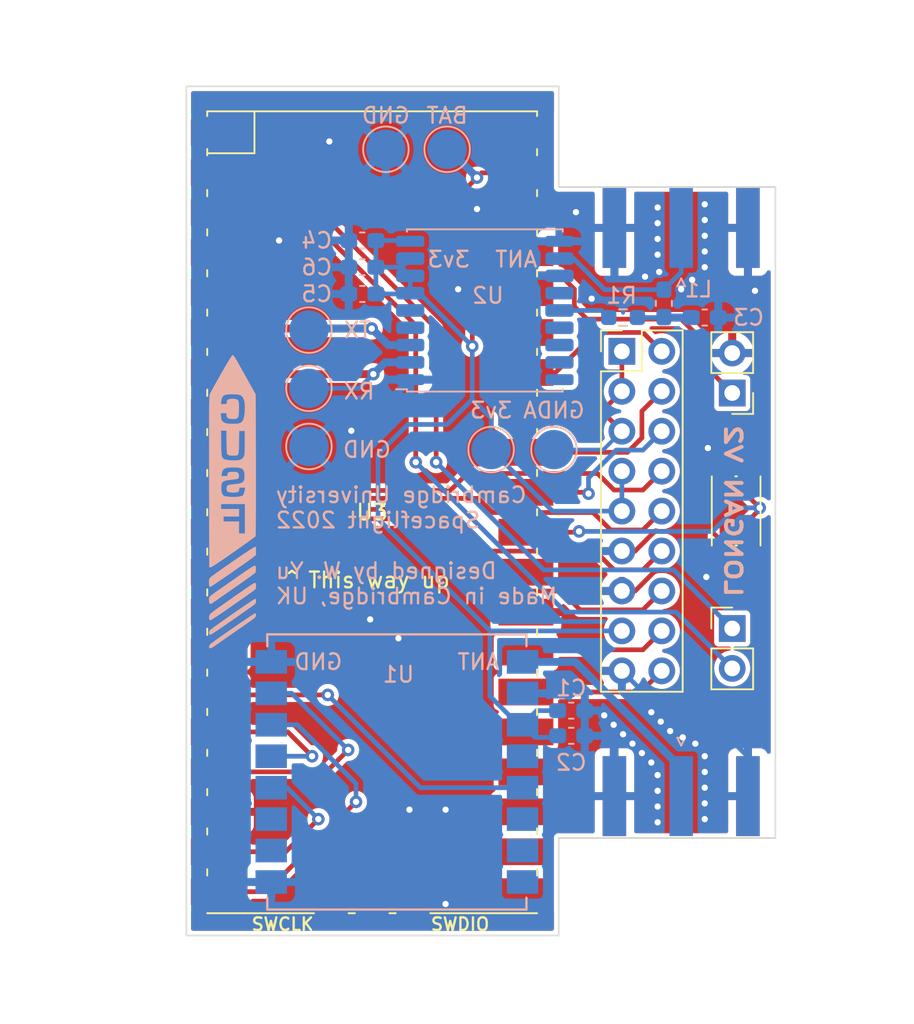
<source format=kicad_pcb>
(kicad_pcb (version 20211014) (generator pcbnew)
  (layers (0 "F.Cu" signal "F.Signal") (31 "B.Cu" signal "B.Signal") (34 "B.Paste" user) (35 "F.Paste" user) (36 "B.SilkS" user "B.Silkscreen") (37 "F.SilkS" user "F.Silkscreen") (38 "B.Mask" user) (39 "F.Mask" user) (44 "Edge.Cuts" user))
  (net 0 "")
  (net 1 "Net-(J1-Pad1)")
  (net 2 "GND")
  (net 3 "+3V3")
  (net 5 "/DIO_0")
  (net 11 "/SCLK_1")
  (net 12 "/MISO_1")
  (net 13 "/MOSI_1")
  (net 14 "/CS_LOR")
  (net 15 "/RX_1")
  (net 16 "/TX_1")
  (net 19 "Net-(J2-Pad1)")
  (net 21 "Net-(R1-Pad1)")
  (net 26 "Net-(C3-Pad2)")
  (net 27 "GNDA")
  (net 28 "/ADC_0")
  (net 29 "/ADC_1")
  (net 30 "/ADC_2")
  (net 31 "/SCL_0")
  (net 32 "/SDA_0")
  (net 33 "/BAT_IN")
  (net 34 "/TX_0")
  (net 35 "/RX_0")
  (net 36 "/GPIO_1")
  (net 37 "/GPIO_2")
  (net 38 "/GPIO_3")
  (net 39 "/GPIO_4")
  (net 40 "Net-(SW1-Pad1)")
  (net 44 "/MISO_0")
  (net 45 "/CS_BMP")
  (net 46 "/SCLK_0")
  (net 47 "/MOSI_0")
  (footprint "Connector_PinHeader_2.54mm:PinHeader_1x02_P2.54mm_Vertical" (layer "F.Cu") (at 172.75 90.5 180)
    (fp_text reference "J5" hide)
    (fp_text value "Battery")
    (pad "1" thru_hole rect (at 0 0 180) (size 1.7 1.7) (drill 1) (layers *.Cu *.Mask) (net 33 "/BAT_IN"))
    (pad "2" thru_hole oval (at 0 2.54 180) (size 1.7 1.7) (drill 1) (layers *.Cu *.Mask) (net 2 "GND"))
  )
  (footprint "Button_Switch_SMD:SW_Push_1P1T_NO_CK_KMR2" (layer "F.Cu") (at 173 98 -90)
    (fp_text reference "SW1" hide)
    (fp_text value "Reset SW" hide)
    (pad "1" smd rect (at -2.05 -0.8 270) (size 0.9 1) (layers "F.Cu" "F.Paste" "F.Mask") (net 40 "Net-(SW1-Pad1)"))
    (pad "1" smd rect (at 2.05 -0.8 270) (size 0.9 1) (layers "F.Cu" "F.Paste" "F.Mask") (net 40 "Net-(SW1-Pad1)"))
    (pad "2" smd rect (at -2.05 0.8 270) (size 0.9 1) (layers "F.Cu" "F.Paste" "F.Mask") (net 2 "GND"))
    (pad "2" smd rect (at 2.05 0.8 270) (size 0.9 1) (layers "F.Cu" "F.Paste" "F.Mask") (net 2 "GND"))
  )
  (footprint "MCU_RaspberryPi_and_Boards:RPi_Pico_SMD" (layer "F.Cu") (at 149.825 98.085)
    (fp_text reference "U3" (at 0 0) (layer "F.SilkS"))
    (fp_text value "Pico")
    (fp_text user "SWCLK" (at -5.7 26.2) (layer "F.SilkS") (effects (font (size 0.8 0.8))))
    (fp_text user "SWDIO" (at 5.6 26.2) (layer "F.SilkS") (effects (font (size 0.8 0.8))))
    (pad "1" smd rect (at -8.89 -24.13) (size 3.5 1.7) (drill (offset -0.9 0)) (layers "F.Cu" "F.Mask") (net 34 "/TX_0"))
    (pad "2" smd rect (at -8.89 -21.59) (size 3.5 1.7) (drill (offset -0.9 0)) (layers "F.Cu" "F.Mask") (net 35 "/RX_0"))
    (pad "3" smd rect (at -8.89 -19.05) (size 3.5 1.7) (drill (offset -0.9 0)) (layers "F.Cu" "F.Mask") (net 2 "GND"))
    (pad "4" smd rect (at -8.89 -16.51) (size 3.5 1.7) (drill (offset -0.9 0)) (layers "F.Cu" "F.Mask"))
    (pad "5" smd rect (at -8.89 -13.97) (size 3.5 1.7) (drill (offset -0.9 0)) (layers "F.Cu" "F.Mask"))
    (pad "6" smd rect (at -8.89 -11.43) (size 3.5 1.7) (drill (offset -0.9 0)) (layers "F.Cu" "F.Mask") (net 16 "/TX_1"))
    (pad "7" smd rect (at -8.89 -8.89) (size 3.5 1.7) (drill (offset -0.9 0)) (layers "F.Cu" "F.Mask") (net 15 "/RX_1"))
    (pad "8" smd rect (at -8.89 -6.35) (size 3.5 1.7) (drill (offset -0.9 0)) (layers "F.Cu" "F.Mask") (net 2 "GND"))
    (pad "9" smd rect (at -8.89 -3.81) (size 3.5 1.7) (drill (offset -0.9 0)) (layers "F.Cu" "F.Mask") (net 36 "/GPIO_1"))
    (pad "10" smd rect (at -8.89 -1.27) (size 3.5 1.7) (drill (offset -0.9 0)) (layers "F.Cu" "F.Mask") (net 37 "/GPIO_2"))
    (pad "11" smd rect (at -8.89 1.27) (size 3.5 1.7) (drill (offset -0.9 0)) (layers "F.Cu" "F.Mask") (net 38 "/GPIO_3"))
    (pad "12" smd rect (at -8.89 3.81) (size 3.5 1.7) (drill (offset -0.9 0)) (layers "F.Cu" "F.Mask") (net 39 "/GPIO_4"))
    (pad "13" smd rect (at -8.89 6.35) (size 3.5 1.7) (drill (offset -0.9 0)) (layers "F.Cu" "F.Mask") (net 2 "GND"))
    (pad "14" smd rect (at -8.89 8.89) (size 3.5 1.7) (drill (offset -0.9 0)) (layers "F.Cu" "F.Mask"))
    (pad "15" smd rect (at -8.89 11.43) (size 3.5 1.7) (drill (offset -0.9 0)) (layers "F.Cu" "F.Mask") (net 5 "/DIO_0"))
    (pad "16" smd rect (at -8.89 13.97) (size 3.5 1.7) (drill (offset -0.9 0)) (layers "F.Cu" "F.Mask") (net 12 "/MISO_1"))
    (pad "17" smd rect (at -8.89 16.51) (size 3.5 1.7) (drill (offset -0.9 0)) (layers "F.Cu" "F.Mask") (net 14 "/CS_LOR"))
    (pad "18" smd rect (at -8.89 19.05) (size 3.5 1.7) (drill (offset -0.9 0)) (layers "F.Cu" "F.Mask") (net 2 "GND"))
    (pad "19" smd rect (at -8.89 21.59) (size 3.5 1.7) (drill (offset -0.9 0)) (layers "F.Cu" "F.Mask") (net 11 "/SCLK_1"))
    (pad "20" smd rect (at -8.89 24.13) (size 3.5 1.7) (drill (offset -0.9 0)) (layers "F.Cu" "F.Mask") (net 13 "/MOSI_1"))
    (pad "21" smd rect (at 8.89 24.13) (size 3.5 1.7) (drill (offset 0.9 0)) (layers "F.Cu" "F.Mask") (net 44 "/MISO_0"))
    (pad "22" smd rect (at 8.89 21.59) (size 3.5 1.7) (drill (offset 0.9 0)) (layers "F.Cu" "F.Mask") (net 45 "/CS_BMP"))
    (pad "23" smd rect (at 8.89 19.05) (size 3.5 1.7) (drill (offset 0.9 0)) (layers "F.Cu" "F.Mask") (net 2 "GND"))
    (pad "24" smd rect (at 8.89 16.51) (size 3.5 1.7) (drill (offset 0.9 0)) (layers "F.Cu" "F.Mask") (net 46 "/SCLK_0"))
    (pad "25" smd rect (at 8.89 13.97) (size 3.5 1.7) (drill (offset 0.9 0)) (layers "F.Cu" "F.Mask") (net 47 "/MOSI_0"))
    (pad "26" smd rect (at 8.89 11.43) (size 3.5 1.7) (drill (offset 0.9 0)) (layers "F.Cu" "F.Mask") (net 32 "/SDA_0"))
    (pad "27" smd rect (at 8.89 8.89) (size 3.5 1.7) (drill (offset 0.9 0)) (layers "F.Cu" "F.Mask") (net 31 "/SCL_0"))
    (pad "28" smd rect (at 8.89 6.35) (size 3.5 1.7) (drill (offset 0.9 0)) (layers "F.Cu" "F.Mask") (net 2 "GND"))
    (pad "29" smd rect (at 8.89 3.81) (size 3.5 1.7) (drill (offset 0.9 0)) (layers "F.Cu" "F.Mask"))
    (pad "30" smd rect (at 8.89 1.27) (size 3.5 1.7) (drill (offset 0.9 0)) (layers "F.Cu" "F.Mask") (net 40 "Net-(SW1-Pad1)"))
    (pad "31" smd rect (at 8.89 -1.27) (size 3.5 1.7) (drill (offset 0.9 0)) (layers "F.Cu" "F.Mask") (net 28 "/ADC_0"))
    (pad "32" smd rect (at 8.89 -3.81) (size 3.5 1.7) (drill (offset 0.9 0)) (layers "F.Cu" "F.Mask") (net 29 "/ADC_1"))
    (pad "33" smd rect (at 8.89 -6.35) (size 3.5 1.7) (drill (offset 0.9 0)) (layers "F.Cu" "F.Mask") (net 27 "GNDA"))
    (pad "34" smd rect (at 8.89 -8.89) (size 3.5 1.7) (drill (offset 0.9 0)) (layers "F.Cu" "F.Mask") (net 30 "/ADC_2"))
    (pad "35" smd rect (at 8.89 -11.43) (size 3.5 1.7) (drill (offset 0.9 0)) (layers "F.Cu" "F.Mask"))
    (pad "36" smd rect (at 8.89 -13.97) (size 3.5 1.7) (drill (offset 0.9 0)) (layers "F.Cu" "F.Mask") (net 3 "+3V3"))
    (pad "37" smd rect (at 8.89 -16.51) (size 3.5 1.7) (drill (offset 0.9 0)) (layers "F.Cu" "F.Mask"))
    (pad "38" smd rect (at 8.89 -19.05) (size 3.5 1.7) (drill (offset 0.9 0)) (layers "F.Cu" "F.Mask") (net 2 "GND"))
    (pad "39" smd rect (at 8.89 -21.59) (size 3.5 1.7) (drill (offset 0.9 0)) (layers "F.Cu" "F.Mask") (net 33 "/BAT_IN"))
    (pad "40" smd rect (at 8.89 -24.13) (size 3.5 1.7) (drill (offset 0.9 0)) (layers "F.Cu" "F.Mask"))
    (pad "41" smd rect (at -2.54 23.9 90) (size 3.5 1.7) (drill (offset -0.9 0)) (layers "F.Cu" "F.Mask"))
    (pad "42" smd rect (at 0 23.9 90) (size 3.5 1.7) (drill (offset -0.9 0)) (layers "F.Cu" "F.Mask"))
    (pad "43" smd rect (at 2.54 23.9 90) (size 3.5 1.7) (drill (offset -0.9 0)) (layers "F.Cu" "F.Mask"))
  )
  (footprint "Connector_PinHeader_2.54mm:PinHeader_1x02_P2.54mm_Vertical" (layer "F.Cu") (at 172.75 105.475)
    (fp_text reference "J6" hide)
    (fp_text value "Serial Output")
    (pad "1" thru_hole rect (at 0 0) (size 1.7 1.7) (drill 1) (layers *.Cu *.Mask) (net 34 "/TX_0"))
    (pad "2" thru_hole oval (at 0 2.54) (size 1.7 1.7) (drill 1) (layers *.Cu *.Mask) (net 35 "/RX_0"))
  )
  (footprint "Connector_PinHeader_2.54mm:PinHeader_2x09_P2.54mm_Vertical" (layer "F.Cu") (at 165.725 87.85)
    (fp_text reference "J3" hide)
    (fp_text value "Conn_02x09_Odd_Even")
    (pad "1" thru_hole rect (at 0 0) (size 1.7 1.7) (drill 1) (layers *.Cu *.Mask) (net 27 "GNDA"))
    (pad "2" thru_hole oval (at 2.54 0) (size 1.7 1.7) (drill 1) (layers *.Cu *.Mask) (net 30 "/ADC_2"))
    (pad "3" thru_hole oval (at 0 2.54) (size 1.7 1.7) (drill 1) (layers *.Cu *.Mask) (net 27 "GNDA"))
    (pad "4" thru_hole oval (at 2.54 2.54) (size 1.7 1.7) (drill 1) (layers *.Cu *.Mask) (net 29 "/ADC_1"))
    (pad "5" thru_hole oval (at 0 5.08) (size 1.7 1.7) (drill 1) (layers *.Cu *.Mask) (net 27 "GNDA"))
    (pad "6" thru_hole oval (at 2.54 5.08) (size 1.7 1.7) (drill 1) (layers *.Cu *.Mask) (net 28 "/ADC_0"))
    (pad "7" thru_hole oval (at 0 7.62) (size 1.7 1.7) (drill 1) (layers *.Cu *.Mask) (net 3 "+3V3"))
    (pad "8" thru_hole oval (at 2.54 7.62) (size 1.7 1.7) (drill 1) (layers *.Cu *.Mask) (net 36 "/GPIO_1"))
    (pad "9" thru_hole oval (at 0 10.16) (size 1.7 1.7) (drill 1) (layers *.Cu *.Mask) (net 3 "+3V3"))
    (pad "10" thru_hole oval (at 2.54 10.16) (size 1.7 1.7) (drill 1) (layers *.Cu *.Mask) (net 37 "/GPIO_2"))
    (pad "11" thru_hole oval (at 0 12.7) (size 1.7 1.7) (drill 1) (layers *.Cu *.Mask) (net 2 "GND"))
    (pad "12" thru_hole oval (at 2.54 12.7) (size 1.7 1.7) (drill 1) (layers *.Cu *.Mask) (net 38 "/GPIO_3"))
    (pad "13" thru_hole oval (at 0 15.24) (size 1.7 1.7) (drill 1) (layers *.Cu *.Mask) (net 2 "GND"))
    (pad "14" thru_hole oval (at 2.54 15.24) (size 1.7 1.7) (drill 1) (layers *.Cu *.Mask) (net 39 "/GPIO_4"))
    (pad "15" thru_hole oval (at 0 17.78) (size 1.7 1.7) (drill 1) (layers *.Cu *.Mask) (net 3 "+3V3"))
    (pad "16" thru_hole oval (at 2.54 17.78) (size 1.7 1.7) (drill 1) (layers *.Cu *.Mask) (net 31 "/SCL_0"))
    (pad "17" thru_hole oval (at 0 20.32) (size 1.7 1.7) (drill 1) (layers *.Cu *.Mask) (net 2 "GND"))
    (pad "18" thru_hole oval (at 2.54 20.32) (size 1.7 1.7) (drill 1) (layers *.Cu *.Mask) (net 32 "/SDA_0"))
  )
  (footprint "Connector_Coaxial:SMA_Amphenol_132289_EdgeMount" (layer "B.Cu") (at 169.5 116.1375 -90)
    (fp_text reference "J1" hide)
    (fp_text value "Conn_Coaxial")
    (pad "1" smd rect (at 0 0 180) (size 1.5 5.08) (layers "B.Cu" "B.Paste" "B.Mask") (net 1 "Net-(J1-Pad1)"))
    (pad "2" smd rect (at 0 -4.25 180) (size 1.5 5.08) (layers "B.Cu" "B.Paste" "B.Mask") (net 2 "GND"))
    (pad "2" smd rect (at 0 4.25 180) (size 1.5 5.08) (layers "B.Cu" "B.Paste" "B.Mask") (net 2 "GND"))
    (pad "2" smd rect (at 0 -4.25 180) (size 1.5 5.08) (layers "F.Cu" "F.Paste" "F.Mask") (net 2 "GND"))
    (pad "2" smd rect (at 0 4.25 180) (size 1.5 5.08) (layers "F.Cu" "F.Paste" "F.Mask") (net 2 "GND"))
  )
  (footprint "TestPoint:TestPoint_Pad_D2.5mm" (layer "B.Cu") (at 145.8 86.5 180)
    (fp_text reference "TX" (at -3.1 0) (layer "B.SilkS") (effects (justify mirror)))
    (fp_text value "GPS_TX")
    (pad "1" smd circle (at 0 0 180) (size 2.5 2.5) (property pad_prop_testpoint) (layers "B.Cu" "B.Mask") (net 16 "/TX_1"))
  )
  (footprint "Connector_Coaxial:SMA_Amphenol_132289_EdgeMount" (layer "B.Cu") (at 169.5 80 90)
    (fp_text reference "J2" hide)
    (fp_text value "Conn_Coaxial")
    (pad "1" smd rect (at 0 0) (size 1.5 5.08) (layers "B.Cu" "B.Paste" "B.Mask") (net 19 "Net-(J2-Pad1)"))
    (pad "2" smd rect (at 0 -4.25) (size 1.5 5.08) (layers "B.Cu" "B.Paste" "B.Mask") (net 2 "GND"))
    (pad "2" smd rect (at 0 4.25) (size 1.5 5.08) (layers "B.Cu" "B.Paste" "B.Mask") (net 2 "GND"))
    (pad "2" smd rect (at 0 -4.25) (size 1.5 5.08) (layers "F.Cu" "F.Paste" "F.Mask") (net 2 "GND"))
    (pad "2" smd rect (at 0 4.25) (size 1.5 5.08) (layers "F.Cu" "F.Paste" "F.Mask") (net 2 "GND"))
  )
  (footprint "TestPoint:TestPoint_Pad_D2.5mm" (layer "B.Cu") (at 145.8 93.9 180)
    (fp_text reference "GND" (at -3.7 -0.2) (layer "B.SilkS") (effects (justify mirror)))
    (fp_text value "GND")
    (pad "1" smd circle (at 0 0 180) (size 2.5 2.5) (property pad_prop_testpoint) (layers "B.Cu" "B.Mask") (net 2 "GND"))
  )
  (footprint "TestPoint:TestPoint_Pad_D2.5mm" (layer "B.Cu") (at 145.8 90.2 180)
    (fp_text reference "RX" (at -3.2 -0.2) (layer "B.SilkS") (effects (justify mirror)))
    (fp_text value "GPS_RX")
    (pad "1" smd circle (at 0 0 180) (size 2.5 2.5) (property pad_prop_testpoint) (layers "B.Cu" "B.Mask") (net 15 "/RX_1"))
  )
  (footprint "TestPoint:TestPoint_Pad_D2.5mm" (layer "B.Cu") (at 150.7 75 180)
    (fp_text reference "GND" (at 0 2.148) (layer "B.SilkS") (effects (justify mirror)))
    (fp_text value "GND")
    (pad "1" smd circle (at 0 0 180) (size 2.5 2.5) (layers "B.Cu" "B.Mask") (net 2 "GND"))
  )
  (footprint "Capacitor_SMD:C_0603_1608Metric_Pad1.08x0.95mm_HandSolder" (layer "B.Cu") (at 162.5 112.3 180)
    (fp_text reference "C2" (at 0 -1.7) (layer "B.SilkS") (effects (justify mirror)))
    (fp_text value "0.1u")
    (pad "1" smd roundrect (at -0.8625 0 180) (size 1.075 0.95) (layers "B.Cu" "B.Paste" "B.Mask") (net 2 "GND"))
    (pad "2" smd roundrect (at 0.8625 0 180) (size 1.075 0.95) (layers "B.Cu" "B.Paste" "B.Mask") (net 3 "+3V3"))
  )
  (footprint "TestPoint:TestPoint_Pad_D2.5mm" (layer "B.Cu") (at 161.4 94.1 180)
    (fp_text reference "GNDA" (at 0 2.5) (layer "B.SilkS") (effects (justify mirror)))
    (fp_text value "GNDA")
    (pad "1" smd circle (at 0 0 180) (size 2.5 2.5) (layers "B.Cu" "B.Mask") (net 27 "GNDA"))
  )
  (footprint "Capacitor_SMD:C_0603_1608Metric_Pad1.08x0.95mm_HandSolder" (layer "B.Cu") (at 171 85.7 180)
    (fp_text reference "C3" (at -2.8 0) (layer "B.SilkS") (effects (justify mirror)))
    (fp_text value "10n" hide)
    (pad "1" smd roundrect (at -0.8625 0 180) (size 1.075 0.95) (layers "B.Cu" "B.Paste" "B.Mask") (net 2 "GND"))
    (pad "2" smd roundrect (at 0.8625 0 180) (size 1.075 0.95) (layers "B.Cu" "B.Paste" "B.Mask") (net 26 "Net-(C3-Pad2)"))
  )
  (footprint "CUSF Silks:CUSF_Logo_Icon" (layer "B.Cu") (at 140.9 97.4 180)
    (fp_text reference "G***" hide)
    (fp_text value "LOGO_ICON" hide)
  )
  (footprint "TestPoint:TestPoint_Pad_D2.5mm" (layer "B.Cu") (at 154.6 75 180)
    (fp_text reference "BAT" (at 0 2.148) (layer "B.SilkS") (effects (justify mirror)))
    (fp_text value "Bat")
    (pad "1" smd circle (at 0 0 180) (size 2.5 2.5) (layers "B.Cu" "B.Mask") (net 33 "/BAT_IN"))
  )
  (footprint "RF_GPS:ublox_MAX" (layer "B.Cu") (at 157 85.25)
    (fp_text reference "U2" (at 0.2 -0.95) (layer "B.SilkS") (effects (justify mirror)))
    (fp_text value "MAX-M8Q")
    (pad "1" smd roundrect (at -4.75 4.4) (size 1.8 0.7) (layers "B.Cu" "B.Paste" "B.Mask") (net 2 "GND"))
    (pad "2" smd roundrect (at -4.75 3.3) (size 1.8 0.8) (layers "B.Cu" "B.Paste" "B.Mask") (net 15 "/RX_1"))
    (pad "3" smd roundrect (at -4.75 2.2) (size 1.8 0.8) (layers "B.Cu" "B.Paste" "B.Mask") (net 16 "/TX_1"))
    (pad "4" smd roundrect (at -4.75 1.1) (size 1.8 0.8) (layers "B.Cu" "B.Paste" "B.Mask"))
    (pad "5" smd roundrect (at -4.75 0) (size 1.8 0.8) (layers "B.Cu" "B.Paste" "B.Mask"))
    (pad "6" smd roundrect (at -4.75 -1.1) (size 1.8 0.8) (layers "B.Cu" "B.Paste" "B.Mask") (net 3 "+3V3"))
    (pad "7" smd roundrect (at -4.75 -2.2) (size 1.8 0.8) (layers "B.Cu" "B.Paste" "B.Mask") (net 3 "+3V3"))
    (pad "8" smd roundrect (at -4.75 -3.3) (size 1.8 0.8) (layers "B.Cu" "B.Paste" "B.Mask") (net 3 "+3V3"))
    (pad "9" smd roundrect (at -4.75 -4.4) (size 1.8 0.7) (layers "B.Cu" "B.Paste" "B.Mask") (net 3 "+3V3"))
    (pad "10" smd roundrect locked (at 4.75 -4.4) (size 1.8 0.7) (layers "B.Cu" "B.Paste" "B.Mask") (net 2 "GND"))
    (pad "11" smd roundrect (at 4.75 -3.3) (size 1.8 0.8) (layers "B.Cu" "B.Paste" "B.Mask") (net 19 "Net-(J2-Pad1)"))
    (pad "12" smd roundrect (at 4.75 -2.2) (size 1.8 0.8) (layers "B.Cu" "B.Paste" "B.Mask") (net 2 "GND"))
    (pad "13" smd roundrect (at 4.75 -1.1) (size 1.8 0.8) (layers "B.Cu" "B.Paste" "B.Mask"))
    (pad "14" smd roundrect (at 4.75 0) (size 1.8 0.8) (layers "B.Cu" "B.Paste" "B.Mask") (net 21 "Net-(R1-Pad1)"))
    (pad "15" smd roundrect (at 4.75 1.1) (size 1.8 0.8) (layers "B.Cu" "B.Paste" "B.Mask"))
    (pad "16" smd roundrect (at 4.75 2.2) (size 1.8 0.8) (layers "B.Cu" "B.Paste" "B.Mask"))
    (pad "17" smd roundrect (at 4.75 3.3) (size 1.8 0.8) (layers "B.Cu" "B.Paste" "B.Mask"))
    (pad "18" smd roundrect (at 4.75 4.4) (size 1.8 0.7) (layers "B.Cu" "B.Paste" "B.Mask"))
  )
  (footprint "RF_Module:Ai-Thinker-Ra-01-LoRa" (layer "B.Cu") (at 151.4 114.6 180)
    (fp_text reference "U1" (at -0.1 6.2) (layer "B.SilkS") (effects (justify mirror)))
    (fp_text value "Ai-Thinker-Ra-01")
    (pad "1" smd rect (at -8 7 180) (size 2 1.5) (layers "B.Cu" "B.Paste" "B.Mask") (net 1 "Net-(J1-Pad1)"))
    (pad "2" smd rect (at -8 5 180) (size 2 1.5) (layers "B.Cu" "B.Paste" "B.Mask") (net 2 "GND"))
    (pad "3" smd rect (at -8 3 180) (size 2 1.5) (layers "B.Cu" "B.Paste" "B.Mask") (net 3 "+3V3"))
    (pad "4" smd rect (at -8 1 180) (size 2 1.5) (layers "B.Cu" "B.Paste" "B.Mask"))
    (pad "5" smd rect (at -8 -1 180) (size 2 1.5) (layers "B.Cu" "B.Paste" "B.Mask") (net 5 "/DIO_0"))
    (pad "6" smd rect (at -8 -3 180) (size 2 1.5) (layers "B.Cu" "B.Paste" "B.Mask"))
    (pad "7" smd rect (at -8 -5 180) (size 2 1.5) (layers "B.Cu" "B.Paste" "B.Mask"))
    (pad "8" smd rect (at -8 -7 180) (size 2 1.5) (layers "B.Cu" "B.Paste" "B.Mask"))
    (pad "9" smd rect (at 8 -7 180) (size 2 1.5) (layers "B.Cu" "B.Paste" "B.Mask") (net 2 "GND"))
    (pad "10" smd rect (at 8 -5 180) (size 2 1.5) (layers "B.Cu" "B.Paste" "B.Mask"))
    (pad "11" smd rect (at 8 -3 180) (size 2 1.5) (layers "B.Cu" "B.Paste" "B.Mask"))
    (pad "12" smd rect (at 8 -1 180) (size 2 1.5) (layers "B.Cu" "B.Paste" "B.Mask") (net 11 "/SCLK_1"))
    (pad "13" smd rect (at 8 1 180) (size 2 1.5) (layers "B.Cu" "B.Paste" "B.Mask") (net 12 "/MISO_1"))
    (pad "14" smd rect (at 8 3 180) (size 2 1.5) (layers "B.Cu" "B.Paste" "B.Mask") (net 13 "/MOSI_1"))
    (pad "15" smd rect (at 8 5 180) (size 2 1.5) (layers "B.Cu" "B.Paste" "B.Mask") (net 14 "/CS_LOR"))
    (pad "16" smd rect (at 8 7 180) (size 2 1.5) (layers "B.Cu" "B.Paste" "B.Mask") (net 2 "GND"))
  )
  (footprint "Resistor_SMD:R_0603_1608Metric_Pad0.98x0.95mm_HandSolder" (layer "B.Cu") (at 165.8 85.7)
    (fp_text reference "R1" (at -0.1 -1.4 180) (layer "B.SilkS") (effects (justify mirror)))
    (fp_text value "10" hide)
    (pad "1" smd roundrect (at -0.9125 0) (size 0.975 0.95) (layers "B.Cu" "B.Paste" "B.Mask") (net 21 "Net-(R1-Pad1)"))
    (pad "2" smd roundrect (at 0.9125 0) (size 0.975 0.95) (layers "B.Cu" "B.Paste" "B.Mask") (net 26 "Net-(C3-Pad2)"))
  )
  (footprint "Capacitor_SMD:C_0603_1608Metric_Pad1.08x0.95mm_HandSolder" (layer "B.Cu") (at 149.2 80.8)
    (fp_text reference "C4" (at -2.9 0 180) (layer "B.SilkS") (effects (justify mirror)))
    (fp_text value "0.1u")
    (pad "1" smd roundrect (at -0.8625 0) (size 1.075 0.95) (layers "B.Cu" "B.Paste" "B.Mask") (net 2 "GND"))
    (pad "2" smd roundrect (at 0.8625 0) (size 1.075 0.95) (layers "B.Cu" "B.Paste" "B.Mask") (net 3 "+3V3"))
  )
  (footprint "Capacitor_SMD:C_0603_1608Metric_Pad1.08x0.95mm_HandSolder" (layer "B.Cu") (at 149.2 84.2)
    (fp_text reference "C5" (at -2.9 0 180) (layer "B.SilkS") (effects (justify mirror)))
    (fp_text value "1u")
    (pad "1" smd roundrect (at -0.8625 0) (size 1.075 0.95) (layers "B.Cu" "B.Paste" "B.Mask") (net 2 "GND"))
    (pad "2" smd roundrect (at 0.8625 0) (size 1.075 0.95) (layers "B.Cu" "B.Paste" "B.Mask") (net 3 "+3V3"))
  )
  (footprint "Capacitor_SMD:C_0603_1608Metric_Pad1.08x0.95mm_HandSolder" (layer "B.Cu") (at 162.5 110.7 180)
    (fp_text reference "C1" (at 0 1.43) (layer "B.SilkS") (effects (justify mirror)))
    (fp_text value "22u")
    (pad "1" smd roundrect (at -0.8625 0 180) (size 1.075 0.95) (layers "B.Cu" "B.Paste" "B.Mask") (net 2 "GND"))
    (pad "2" smd roundrect (at 0.8625 0 180) (size 1.075 0.95) (layers "B.Cu" "B.Paste" "B.Mask") (net 3 "+3V3"))
  )
  (footprint "Inductor_SMD:L_0603_1608Metric_Pad1.05x0.95mm_HandSolder" (layer "B.Cu") (at 168.4 84.8 90)
    (fp_text reference "L1" (at 0.9 2.2 180) (layer "B.SilkS") (effects (justify mirror)))
    (fp_text value "27n" hide)
    (pad "1" smd roundrect (at -0.875 0 90) (size 1.05 0.95) (layers "B.Cu" "B.Paste" "B.Mask") (net 26 "Net-(C3-Pad2)"))
    (pad "2" smd roundrect (at 0.875 0 90) (size 1.05 0.95) (layers "B.Cu" "B.Paste" "B.Mask") (net 19 "Net-(J2-Pad1)"))
  )
  (footprint "Capacitor_SMD:C_0603_1608Metric_Pad1.08x0.95mm_HandSolder" (layer "B.Cu") (at 149.2 82.5)
    (fp_text reference "C6" (at -2.9 0 180) (layer "B.SilkS") (effects (justify mirror)))
    (fp_text value "0.1n")
    (pad "1" smd roundrect (at -0.8625 0) (size 1.075 0.95) (layers "B.Cu" "B.Paste" "B.Mask") (net 2 "GND"))
    (pad "2" smd roundrect (at 0.8625 0) (size 1.075 0.95) (layers "B.Cu" "B.Paste" "B.Mask") (net 3 "+3V3"))
  )
  (footprint "TestPoint:TestPoint_Pad_D2.5mm" (layer "B.Cu") (at 157.4 94.1 180)
    (fp_text reference "3v3" (at 0 2.5) (layer "B.SilkS") (effects (justify mirror)))
    (fp_text value "3v3")
    (pad "1" smd circle (at 0 0 180) (size 2.5 2.5) (property pad_prop_testpoint) (layers "B.Cu" "B.Mask") (net 3 "+3V3"))
  )
  (gr_line (start 175.5 118.8) (end 175.5 77.4) (layer "Edge.Cuts") (width 0.1))
  (gr_line (start 161.7 71) (end 161.7 77.4) (layer "Edge.Cuts") (width 0.1))
  (gr_line (start 161.7 71) (end 138 71) (layer "Edge.Cuts") (width 0.1))
  (gr_line (start 175.5 77.4) (end 161.7 77.4) (layer "Edge.Cuts") (width 0.1))
  (gr_line locked (start 138 71) (end 138 125) (layer "Edge.Cuts") (width 0.1))
  (gr_line (start 161.7 118.8) (end 175.5 118.8) (layer "Edge.Cuts") (width 0.1))
  (gr_line (start 138 125) (end 161.7 125) (layer "Edge.Cuts") (width 0.1))
  (gr_line (start 161.7 118.8) (end 161.7 125) (layer "Edge.Cuts") (width 0.1))
  (gr_text "GND" (at 146.4 107.6) (layer "B.SilkS") (effects (font (size 1 1)) (justify mirror)))
  (gr_text "Cambridge University\nSpaceflight 2022\n\nDesigned by W. Yu\nMade in Cambridge, UK" (at 143.6 100.2) (layer "B.SilkS") (effects (font (size 1 1)) (justify right mirror)))
  (gr_text "3v3" (at 154.7 82) (layer "B.SilkS") (effects (font (size 1 1)) (justify mirror)))
  (gr_text "ANT" (at 156.6 107.6) (layer "B.SilkS") (effects (font (size 1 1)) (justify mirror)))
  (gr_text "LONGAN V2" (at 172.8 92.4 270) (layer "B.SilkS") (effects (font (size 1 1.3) (thickness 0.25)) (justify right mirror)))
  (gr_text "ANT" (at 159 82) (layer "B.SilkS") (effects (font (size 1 1)) (justify mirror)))
  (gr_text "^ This way up" (at 149.6 102.4) (layer "F.SilkS") (effects (font (size 1 1))))
  (segment (start 162.7525 107.6) (end 169.5 114.3475) (width 0.5) (layer "B.Cu") (net 1))
  (segment (start 169.5 114.3475) (end 169.5 116.1375) (width 0.5) (layer "B.Cu") (net 1))
  (segment (start 159.4 107.6) (end 162.7525 107.6) (width 0.5) (layer "B.Cu") (net 1))
  (segment (start 170.45 101.8) (end 172.2 100.05) (width 0.3) (layer "F.Cu") (net 2))
  (segment (start 167.818634 99.3) (end 171.45 99.3) (width 0.3) (layer "F.Cu") (net 2))
  (segment (start 158.48 78.8) (end 158.715 79.035) (width 0.5) (layer "F.Cu") (net 2))
  (segment (start 171.45 99.3) (end 172.2 100.05) (width 0.3) (layer "F.Cu") (net 2))
  (segment (start 140.935 91.735) (end 142.1 92.9) (width 0.5) (layer "F.Cu") (net 2))
  (segment (start 156.5 78.8) (end 158.48 78.8) (width 0.5) (layer "F.Cu") (net 2))
  (segment (start 165.25 80) (end 163.8 80) (width 0.5) (layer "F.Cu") (net 2))
  (segment (start 163.8 80) (end 162.8 79) (width 0.5) (layer "F.Cu") (net 2))
  (segment (start 165.25 116.1375) (end 165.25 112.45) (width 0.5) (layer "F.Cu") (net 2))
  (segment (start 166.568634 103.09) (end 167.858634 101.8) (width 0.3) (layer "F.Cu") (net 2))
  (segment (start 165.725 103.09) (end 166.568634 103.09) (width 0.3) (layer "F.Cu") (net 2))
  (segment (start 167.858634 101.8) (end 170.45 101.8) (width 0.3) (layer "F.Cu") (net 2))
  (segment (start 166.568634 100.55) (end 167.818634 99.3) (width 0.3) (layer "F.Cu") (net 2))
  (segment (start 158.85 117) (end 158.715 117.135) (width 0.5) (layer "F.Cu") (net 2))
  (segment (start 165.725 100.55) (end 166.568634 100.55) (width 0.3) (layer "F.Cu") (net 2))
  (segment (start 165.25 112.45) (end 165.2 112.4) (width 0.5) (layer "F.Cu") (net 2))
  (via (at 171 80.5) (size 0.8) (drill 0.4) (layers "F.Cu" "B.Cu") (net 2))
  (via (at 170.2 83.3) (size 0.8) (drill 0.4) (layers "F.Cu" "B.Cu") (net 2))
  (via (at 168.1 82.8) (size 0.8) (drill 0.4) (layers "F.Cu" "B.Cu") (net 2))
  (via (at 171 116.6) (size 0.8) (drill 0.4) (layers "F.Cu" "B.Cu") (net 2))
  (via (at 168 81.7) (size 0.8) (drill 0.4) (layers "F.Cu" "B.Cu") (net 2))
  (via (at 171 115.6) (size 0.8) (drill 0.4) (layers "F.Cu" "B.Cu") (net 2))
  (via (at 166.4 112.8) (size 0.8) (drill 0.4) (layers "F.Cu" "B.Cu") (net 2))
  (via (at 168.8 112) (size 0.8) (drill 0.4) (layers "F.Cu" "B.Cu") (net 2))
  (via (at 168 117.8) (size 0.8) (drill 0.4) (layers "F.Cu" "B.Cu") (net 2))
  (via (at 171 113.6) (size 0.8) (drill 0.4) (layers "F.Cu" "B.Cu") (net 2))
  (via (at 165.2 111.6) (size 0.8) (drill 0.4) (layers "F.Cu" "B.Cu") (net 2))
  (via (at 149.7 104.9) (size 0.8) (drill 0.4) (layers "F.Cu" "B.Cu") (net 2))
  (via (at 171 114.6) (size 0.8) (drill 0.4) (layers "F.Cu" "B.Cu") (net 2))
  (via (at 162.8 79) (size 0.8) (drill 0.4) (layers "F.Cu" "B.Cu") (net 2))
  (via (at 148.5 92.9) (size 0.8) (drill 0.4) (layers "F.Cu" "B.Cu") (net 2))
  (via (at 170.4 112.8) (size 0.8) (drill 0.4) (layers "F.Cu" "B.Cu") (net 2))
  (via (at 155.3 83.9) (size 0.8) (drill 0.4) (layers "F.Cu" "B.Cu") (net 2))
  (via (at 154.5 123) (size 0.8) (drill 0.4) (layers "F.Cu" "B.Cu") (net 2))
  (via (at 171 82.5) (size 0.8) (drill 0.4) (layers "F.Cu" "B.Cu") (net 2))
  (via (at 156.5 78.8) (size 0.8) (drill 0.4) (layers "F.Cu" "B.Cu") (net 2))
  (via (at 168 115.8) (size 0.8) (drill 0.4) (layers "F.Cu" "B.Cu") (net 2))
  (via (at 168 80.7) (size 0.8) (drill 0.4) (layers "F.Cu" "B.Cu") (net 2))
  (via (at 174.2 84) (size 0.8) (drill 0.4) (layers "F.Cu" "B.Cu") (net 2))
  (via (at 171.2 94) (size 0.8) (drill 0.4) (layers "F.Cu" "B.Cu") (net 2))
  (via (at 171 81.5) (size 0.8) (drill 0.4) (layers "F.Cu" "B.Cu") (net 2))
  (via (at 167 113.4) (size 0.8) (drill 0.4) (layers "F.Cu" "B.Cu") (net 2))
  (via (at 168 78.7) (size 0.8) (drill 0.4) (layers "F.Cu" "B.Cu") (net 2))
  (via (at 167.2 83.1) (size 0.8) (drill 0.4) (layers "F.Cu" "B.Cu") (net 2))
  (via (at 154.5 117) (size 0.8) (drill 0.4) (layers "F.Cu" "B.Cu") (net 2))
  (via (at 168.2 111.4) (size 0.8) (drill 0.4) (layers "F.Cu" "B.Cu") (net 2))
  (via (at 165.8 112.2) (size 0.8) (drill 0.4) (layers "F.Cu" "B.Cu") (net 2))
  (via (at 171 117.6) (size 0.8) (drill 0.4) (layers "F.Cu" "B.Cu") (net 2))
  (via (at 147.1 74.5) (size 0.8) (drill 0.4) (layers "F.Cu" "B.Cu") (net 2))
  (via (at 163.8 84.5) (size 0.8) (drill 0.4) (layers "F.Cu" "B.Cu") (net 2))
  (via (at 168 114.8) (size 0.8) (drill 0.4) (layers "F.Cu" "B.Cu") (net 2))
  (via (at 164.6 111) (size 0.8) (drill 0.4) (layers "F.Cu" "B.Cu") (net 2))
  (via (at 167.6 110.8) (size 0.8) (drill 0.4) (layers "F.Cu" "B.Cu") (net 2))
  (via (at 151.5 106.1) (size 0.8) (drill 0.4) (layers "F.Cu" "B.Cu") (net 2))
  (via (at 143.9 80.8) (size 0.8) (drill 0.4) (layers "F.Cu" "B.Cu") (net 2))
  (via (at 169.6 112.4) (size 0.8) (drill 0.4) (layers "F.Cu" "B.Cu") (net 2))
  (via (at 171.1 102.2) (size 0.8) (drill 0.4) (layers "F.Cu" "B.Cu") (net 2))
  (via (at 168 116.8) (size 0.8) (drill 0.4) (layers "F.Cu" "B.Cu") (net 2))
  (via (at 169.5 83.9) (size 0.8) (drill 0.4) (layers "F.Cu" "B.Cu") (net 2))
  (via (at 152.2 117) (size 0.8) (drill 0.4) (layers "F.Cu" "B.Cu") (net 2))
  (via (at 167.6 114) (size 0.8) (drill 0.4) (layers "F.Cu" "B.Cu") (net 2))
  (via (at 171 79.5) (size 0.8) (drill 0.4) (layers "F.Cu" "B.Cu") (net 2))
  (via (at 168 79.7) (size 0.8) (drill 0.4) (layers "F.Cu" "B.Cu") (net 2))
  (via (at 171 78.5) (size 0.8) (drill 0.4) (layers "F.Cu" "B.Cu") (net 2))
  (segment (start 162.8 79) (end 163.8 80) (width 0.5) (layer "B.Cu") (net 2))
  (segment (start 167.055 109.5) (end 169.6125 109.5) (width 0.3) (layer "B.Cu") (net 2))
  (segment (start 165.725 108.17) (end 167.055 109.5) (width 0.3) (layer "B.Cu") (net 2))
  (segment (start 150.7 77.6) (end 151.9 78.8) (width 0.5) (layer "B.Cu") (net 2))
  (segment (start 149 92.9) (end 152.25 89.65) (width 0.5) (layer "B.Cu") (net 2))
  (segment (start 165.2 112.4) (end 165.2 116.0875) (width 0.5) (layer "B.Cu") (net 2))
  (segment (start 165.2 116.0875) (end 165.25 116.1375) (width 0.5) (layer "B.Cu") (net 2))
  (segment (start 150.7 77.6) (end 150.7 75) (width 0.5) (layer "B.Cu") (net 2))
  (segment (start 169.6125 109.5) (end 171.65625 111.54375) (width 0.3) (layer "B.Cu") (net 2))
  (segment (start 163.8 80) (end 165.25 80) (width 0.5) (layer "B.Cu") (net 2))
  (segment (start 171.65625 111.54375) (end 173.75 113.6375) (width 0.3) (layer "B.Cu") (net 2))
  (segment (start 171.7125 85.675) (end 171.7375 85.7) (width 0.3) (layer "B.Cu") (net 2))
  (segment (start 151.9 78.8) (end 156.5 78.8) (width 0.5) (layer "B.Cu") (net 2))
  (segment (start 156.2 86.63) (end 158.715 84.115) (width 0.3) (layer "F.Cu") (net 3))
  (segment (start 156.2 86.63) (end 156.2 87.522862) (width 0.3) (layer "F.Cu") (net 3))
  (via (at 156.2 87.522862) (size 0.8) (drill 0.4) (layers "F.Cu" "B.Cu") (net 3))
  (segment (start 165.725 95.47) (end 165.725 98.01) (width 0.3) (layer "B.Cu") (net 3))
  (segment (start 151.7 82.5) (end 152.25 81.95) (width 0.3) (layer "B.Cu") (net 3))
  (segment (start 161.6375 112.4) (end 160.2 112.4) (width 0.3) (layer "B.Cu") (net 3))
  (segment (start 157.33 109.78) (end 159.15 111.6) (width 0.3) (layer "B.Cu") (net 3))
  (segment (start 157.33 105.63) (end 157.33 109.78) (width 0.3) (layer "B.Cu") (net 3))
  (segment (start 150.0625 82.5) (end 151.7 82.5) (width 0.3) (layer "B.Cu") (net 3))
  (segment (start 150.2 98.5) (end 150.2 94.4) (width 0.3) (layer "B.Cu") (net 3))
  (segment (start 150.2 98.5) (end 157.33 105.63) (width 0.3) (layer "B.Cu") (net 3))
  (segment (start 150.2 94.4) (end 152.1 92.5) (width 0.3) (layer "B.Cu") (net 3))
  (segment (start 156.2 90.9) (end 156.2 87.522862) (width 0.3) (layer "B.Cu") (net 3))
  (segment (start 151.7 82.5) (end 152.25 83.05) (width 0.3) (layer "B.Cu") (net 3))
  (segment (start 160.2 112.4) (end 159.4 111.6) (width 0.3) (layer "B.Cu") (net 3))
  (segment (start 150.0625 84.2) (end 152.2 84.2) (width 0.3) (layer "B.Cu") (net 3))
  (segment (start 161.6375 110.7) (end 160.3 110.7) (width 0.3) (layer "B.Cu") (net 3))
  (segment (start 165.725 105.63) (end 157.33 105.63) (width 0.3) (layer "B.Cu") (net 3))
  (segment (start 150.0625 80.8) (end 152.2 80.8) (width 0.3) (layer "B.Cu") (net 3))
  (segment (start 165.725 98.01) (end 161.31 98.01) (width 0.3) (layer "B.Cu") (net 3))
  (segment (start 152.1 92.5) (end 154.6 92.5) (width 0.3) (layer "B.Cu") (net 3))
  (segment (start 152.2 84.2) (end 152.25 84.15) (width 0.3) (layer "B.Cu") (net 3))
  (segment (start 160.3 110.7) (end 159.4 111.6) (width 0.3) (layer "B.Cu") (net 3))
  (segment (start 157.4 92.1) (end 156.2 90.9) (width 0.3) (layer "B.Cu") (net 3))
  (segment (start 150.0625 82.5) (end 150.0625 84.2) (width 0.3) (layer "B.Cu") (net 3))
  (segment (start 152.25 83.05) (end 152.25 84.15) (width 0.3) (layer "B.Cu") (net 3))
  (segment (start 150.0625 80.8) (end 150.0625 82.5) (width 0.3) (layer "B.Cu") (net 3))
  (segment (start 157.4 94.1) (end 157.4 92.1) (width 0.3) (layer "B.Cu") (net 3))
  (segment (start 152.2 80.8) (end 152.25 80.85) (width 0.3) (layer "B.Cu") (net 3))
  (segment (start 154.6 92.5) (end 156.2 90.9) (width 0.3) (layer "B.Cu") (net 3))
  (segment (start 152.827138 84.15) (end 156.2 87.522862) (width 0.3) (layer "B.Cu") (net 3))
  (segment (start 161.31 98.01) (end 157.4 94.1) (width 0.3) (layer "B.Cu") (net 3))
  (segment (start 147 109.7) (end 141.12 109.7) (width 0.3) (layer "F.Cu") (net 5))
  (segment (start 141.12 109.7) (end 140.935 109.515) (width 0.3) (layer "F.Cu") (net 5))
  (via (at 147 109.7) (size 0.8) (drill 0.4) (layers "F.Cu" "B.Cu") (net 5))
  (segment (start 152.9 115.6) (end 147 109.7) (width 0.3) (layer "B.Cu") (net 5))
  (segment (start 159.4 115.6) (end 152.9 115.6) (width 0.3) (layer "B.Cu") (net 5))
  (segment (start 140.935 119.675) (end 144.325 119.675) (width 0.3) (layer "F.Cu") (net 11))
  (segment (start 144.325 119.675) (end 146.4 117.6) (width 0.3) (layer "F.Cu") (net 11))
  (via (at 146.4 117.6) (size 0.8) (drill 0.4) (layers "F.Cu" "B.Cu") (net 11))
  (segment (start 146.4 117.6) (end 144.4 115.6) (width 0.3) (layer "B.Cu") (net 11))
  (segment (start 144.4 115.6) (end 143.4 115.6) (width 0.3) (layer "B.Cu") (net 11))
  (segment (start 140.935 112.055) (end 144.455 112.055) (width 0.3) (layer "F.Cu") (net 12))
  (segment (start 144.455 112.055) (end 146 113.6) (width 0.3) (layer "F.Cu") (net 12))
  (via (at 146 113.6) (size 0.8) (drill 0.4) (layers "F.Cu" "B.Cu") (net 12))
  (segment (start 146 113.6) (end 143.4 113.6) (width 0.3) (layer "B.Cu") (net 12))
  (segment (start 140.935 122.215) (end 143.085 122.215) (width 0.3) (layer "F.Cu") (net 13))
  (segment (start 143.085 122.215) (end 148.8 116.5) (width 0.3) (layer "F.Cu") (net 13))
  (via (at 148.8 116.5) (size 0.8) (drill 0.4) (layers "F.Cu" "B.Cu") (net 13))
  (segment (start 148.8 115.34003) (end 148.8 116.5) (width 0.3) (layer "B.Cu") (net 13))
  (segment (start 145.05997 111.6) (end 148.8 115.34003) (width 0.3) (layer "B.Cu") (net 13))
  (segment (start 143.4 111.6) (end 145.05997 111.6) (width 0.3) (layer "B.Cu") (net 13))
  (segment (start 140.935 114.595) (end 146.905 114.595) (width 0.3) (layer "F.Cu") (net 14))
  (segment (start 146.905 114.595) (end 148.3 113.2) (width 0.3) (layer "F.Cu") (net 14))
  (via (at 148.3 113.2) (size 0.8) (drill 0.4) (layers "F.Cu" "B.Cu") (net 14))
  (segment (start 144.7 109.6) (end 143.4 109.6) (width 0.3) (layer "B.Cu") (net 14))
  (segment (start 148.3 113.2) (end 144.7 109.6) (width 0.3) (layer "B.Cu") (net 14))
  (segment (start 141.04 89.3) (end 140.935 89.195) (width 0.5) (layer "F.Cu") (net 15))
  (segment (start 149.9 89.3) (end 141.04 89.3) (width 0.5) (layer "F.Cu") (net 15))
  (via (at 149.9 89.3) (size 0.8) (drill 0.4) (layers "F.Cu" "B.Cu") (net 15))
  (segment (start 152.25 88.55) (end 150.65 88.55) (width 0.5) (layer "B.Cu") (net 15))
  (segment (start 145.8 90.2) (end 149 90.2) (width 0.3) (layer "B.Cu") (net 15))
  (segment (start 149 90.2) (end 149.9 89.3) (width 0.3) (layer "B.Cu") (net 15))
  (segment (start 150.65 88.55) (end 149.9 89.3) (width 0.5) (layer "B.Cu") (net 15))
  (segment (start 141.19 86.4) (end 140.935 86.655) (width 0.5) (layer "F.Cu") (net 16))
  (segment (start 149.8 86.4) (end 141.19 86.4) (width 0.5) (layer "F.Cu") (net 16))
  (via (at 149.8 86.4) (size 0.8) (drill 0.4) (layers "F.Cu" "B.Cu") (net 16))
  (segment (start 145.9 86.4) (end 145.8 86.5) (width 0.5) (layer "B.Cu") (net 16))
  (segment (start 149.8 86.4) (end 145.9 86.4) (width 0.5) (layer "B.Cu") (net 16))
  (segment (start 152.25 87.45) (end 150.85 87.45) (width 0.5) (layer "B.Cu") (net 16))
  (segment (start 150.85 87.45) (end 149.8 86.4) (width 0.5) (layer "B.Cu") (net 16))
  (segment (start 164.625 83.925) (end 168.4 83.925) (width 0.3) (layer "B.Cu") (net 19))
  (segment (start 169.5 80) (end 169.5 82.825) (width 0.3) (layer "B.Cu") (net 19))
  (segment (start 169.5 82.825) (end 168.4 83.925) (width 0.3) (layer "B.Cu") (net 19))
  (segment (start 162.65 81.95) (end 164.625 83.925) (width 0.3) (layer "B.Cu") (net 19))
  (segment (start 161.75 81.95) (end 162.65 81.95) (width 0.3) (layer "B.Cu") (net 19))
  (segment (start 164.4375 85.25) (end 161.75 85.25) (width 0.3) (layer "B.Cu") (net 21))
  (segment (start 164.8875 85.7) (end 164.4375 85.25) (width 0.3) (layer "B.Cu") (net 21))
  (segment (start 166.7125 85.7) (end 168.375 85.7) (width 0.3) (layer "B.Cu") (net 26))
  (segment (start 170.1375 85.7) (end 168.425 85.7) (width 0.5) (layer "B.Cu") (net 26))
  (segment (start 168.375 85.7) (end 168.4 85.675) (width 0.3) (layer "B.Cu") (net 26))
  (segment (start 168.425 85.7) (end 168.4 85.675) (width 0.5) (layer "B.Cu") (net 26))
  (segment (start 158.715 91.735) (end 164.465 91.735) (width 0.3) (layer "F.Cu") (net 27))
  (segment (start 164.465 91.65) (end 165.725 90.39) (width 0.3) (layer "F.Cu") (net 27))
  (segment (start 164.465 91.735) (end 164.465 91.65) (width 0.3) (layer "F.Cu") (net 27))
  (segment (start 164.53 91.735) (end 165.725 92.93) (width 0.3) (layer "F.Cu") (net 27))
  (segment (start 164.465 91.735) (end 164.53 91.735) (width 0.3) (layer "F.Cu") (net 27))
  (segment (start 165.725 90.39) (end 165.725 87.85) (width 0.3) (layer "F.Cu") (net 27))
  (segment (start 164.555 94.1) (end 165.725 92.93) (width 0.25) (layer "B.Cu") (net 27))
  (segment (start 161.4 94.1) (end 164.555 94.1) (width 0.25) (layer "B.Cu") (net 27))
  (segment (start 163.515 96.815) (end 163.6 96.9) (width 0.3) (layer "F.Cu") (net 28))
  (segment (start 158.715 96.815) (end 163.515 96.815) (width 0.3) (layer "F.Cu") (net 28))
  (via (at 163.6 96.9) (size 0.8) (drill 0.4) (layers "F.Cu" "B.Cu") (net 28))
  (segment (start 165.369123 94.129511) (end 163.6 95.898634) (width 0.3) (layer "B.Cu") (net 28))
  (segment (start 167.065489 94.129511) (end 165.369123 94.129511) (width 0.3) (layer "B.Cu") (net 28))
  (segment (start 168.265 92.93) (end 167.065489 94.129511) (width 0.3) (layer "B.Cu") (net 28))
  (segment (start 163.6 95.898634) (end 163.6 96.9) (width 0.3) (layer "B.Cu") (net 28))
  (segment (start 166.080877 94.270489) (end 167 93.351366) (width 0.3) (layer "F.Cu") (net 29))
  (segment (start 158.715 94.275) (end 158.719511 94.270489) (width 0.3) (layer "F.Cu") (net 29))
  (segment (start 167 93.351366) (end 167 91.655) (width 0.3) (layer "F.Cu") (net 29))
  (segment (start 167 91.655) (end 168.265 90.39) (width 0.3) (layer "F.Cu") (net 29))
  (segment (start 158.719511 94.270489) (end 166.080877 94.270489) (width 0.3) (layer "F.Cu") (net 29))
  (segment (start 158.715 89.195) (end 161.505 89.195) (width 0.3) (layer "F.Cu") (net 30))
  (segment (start 161.505 89.195) (end 164.049511 86.650489) (width 0.3) (layer "F.Cu") (net 30))
  (segment (start 164.049511 86.650489) (end 167.065489 86.650489) (width 0.3) (layer "F.Cu") (net 30))
  (segment (start 167.065489 86.650489) (end 168.265 87.85) (width 0.3) (layer "F.Cu") (net 30))
  (segment (start 158.860489 106.829511) (end 158.715 106.975) (width 0.3) (layer "F.Cu") (net 31))
  (segment (start 167.065489 106.829511) (end 158.860489 106.829511) (width 0.3) (layer "F.Cu") (net 31))
  (segment (start 168.265 105.63) (end 167.065489 106.829511) (width 0.3) (layer "F.Cu") (net 31))
  (segment (start 166.92 109.515) (end 158.715 109.515) (width 0.3) (layer "F.Cu") (net 32))
  (segment (start 168.265 108.17) (end 166.92 109.515) (width 0.3) (layer "F.Cu") (net 32))
  (segment (start 169.5 85.8) (end 170.6 86.9) (width 0.3) (layer "F.Cu") (net 33))
  (segment (start 162.7 85) (end 163.5 85.8) (width 0.3) (layer "F.Cu") (net 33))
  (segment (start 156.5 76.8) (end 155.3 78) (width 0.3) (layer "F.Cu") (net 33))
  (segment (start 170.6 86.9) (end 170.6 88.35) (width 0.3) (layer "F.Cu") (net 33))
  (segment (start 161.714511 82.915489) (end 162.7 83.900978) (width 0.3) (layer "F.Cu") (net 33))
  (segment (start 155.3 78) (end 155.3 82) (width 0.3) (layer "F.Cu") (net 33))
  (segment (start 163.5 85.8) (end 169.5 85.8) (width 0.3) (layer "F.Cu") (net 33))
  (segment (start 162.7 83.900978) (end 162.7 85) (width 0.3) (layer "F.Cu") (net 33))
  (segment (start 170.6 88.35) (end 172.75 90.5) (width 0.3) (layer "F.Cu") (net 33))
  (segment (start 158.715 76.495) (end 156.805 76.495) (width 0.3) (layer "F.Cu") (net 33))
  (segment (start 156.215489 82.915489) (end 161.714511 82.915489) (width 0.3) (layer "F.Cu") (net 33))
  (segment (start 156.805 76.495) (end 156.5 76.8) (width 0.3) (layer "F.Cu") (net 33))
  (segment (start 155.3 82) (end 156.215489 82.915489) (width 0.3) (layer "F.Cu") (net 33))
  (via (at 156.5 76.8) (size 0.8) (drill 0.4) (layers "F.Cu" "B.Cu") (net 33))
  (segment (start 154.6 75) (end 154.7 75) (width 0.5) (layer "B.Cu") (net 33))
  (segment (start 154.7 75) (end 156.5 76.8) (width 0.5) (layer "B.Cu") (net 33))
  (segment (start 153.9 86.4) (end 141.455 73.955) (width 0.3) (layer "F.Cu") (net 34))
  (segment (start 141.455 73.955) (end 140.935 73.955) (width 0.3) (layer "F.Cu") (net 34))
  (segment (start 153.9 94.9) (end 153.9 86.4) (width 0.3) (layer "F.Cu") (net 34))
  (via (at 153.9 94.9) (size 0.8) (drill 0.4) (layers "F.Cu" "B.Cu") (net 34))
  (segment (start 169.024511 101.749511) (end 172.75 105.475) (width 0.3) (layer "B.Cu") (net 34))
  (segment (start 160.749511 101.749511) (end 169.024511 101.749511) (width 0.3) (layer "B.Cu") (net 34))
  (segment (start 153.9 94.9) (end 160.749511 101.749511) (width 0.3) (layer "B.Cu") (net 34))
  (segment (start 140.935 76.495) (end 142.895 76.495) (width 0.3) (layer "F.Cu") (net 35))
  (segment (start 152.6 92.3) (end 152.6 94.9) (width 0.3) (layer "F.Cu") (net 35))
  (segment (start 142.895 76.495) (end 152.6 86.2) (width 0.3) (layer "F.Cu") (net 35))
  (segment (start 152.6 86.2) (end 152.6 92.3) (width 0.3) (layer "F.Cu") (net 35))
  (via (at 152.6 94.9) (size 0.8) (drill 0.4) (layers "F.Cu" "B.Cu") (net 35))
  (segment (start 169.165489 104.430489) (end 172.75 108.015) (width 0.3) (layer "B.Cu") (net 35))
  (segment (start 162.130489 104.430489) (end 169.165489 104.430489) (width 0.3) (layer "B.Cu") (net 35))
  (segment (start 152.6 94.9) (end 162.130489 104.430489) (width 0.3) (layer "B.Cu") (net 35))
  (segment (start 168.265 95.47) (end 167.065489 96.669511) (width 0.3) (layer "F.Cu") (net 36))
  (segment (start 143.36 96.7) (end 140.935 94.275) (width 0.3) (layer "F.Cu") (net 36))
  (segment (start 164.174123 95.615489) (end 155.884511 95.615489) (width 0.3) (layer "F.Cu") (net 36))
  (segment (start 167.065489 96.669511) (end 165.228145 96.669511) (width 0.3) (layer "F.Cu") (net 36))
  (segment (start 154.8 96.7) (end 143.36 96.7) (width 0.3) (layer "F.Cu") (net 36))
  (segment (start 165.228145 96.669511) (end 164.174123 95.615489) (width 0.3) (layer "F.Cu") (net 36))
  (segment (start 155.884511 95.615489) (end 154.8 96.7) (width 0.3) (layer "F.Cu") (net 36))
  (segment (start 142.715 96.815) (end 143.09952 97.19952) (width 0.3) (layer "F.Cu") (net 37))
  (segment (start 157.5 98.1) (end 163.9 98.1) (width 0.3) (layer "F.Cu") (net 37))
  (segment (start 143.09952 97.19952) (end 156.59952 97.19952) (width 0.3) (layer "F.Cu") (net 37))
  (segment (start 156.59952 97.19952) (end 157.5 98.1) (width 0.3) (layer "F.Cu") (net 37))
  (segment (start 165.009511 99.209511) (end 167.065489 99.209511) (width 0.3) (layer "F.Cu") (net 37))
  (segment (start 163.9 98.1) (end 165.009511 99.209511) (width 0.3) (layer "F.Cu") (net 37))
  (segment (start 140.935 96.815) (end 142.715 96.815) (width 0.3) (layer "F.Cu") (net 37))
  (segment (start 167.065489 99.209511) (end 168.265 98.01) (width 0.3) (layer "F.Cu") (net 37))
  (segment (start 142.39 97.9) (end 140.935 99.355) (width 0.3) (layer "F.Cu") (net 38))
  (segment (start 168.265 100.55) (end 167.065489 101.749511) (width 0.3) (layer "F.Cu") (net 38))
  (segment (start 157.354511 100.554511) (end 154.7 97.9) (width 0.3) (layer "F.Cu") (net 38))
  (segment (start 165.228145 101.749511) (end 164.033145 100.554511) (width 0.3) (layer "F.Cu") (net 38))
  (segment (start 154.7 97.9) (end 142.39 97.9) (width 0.3) (layer "F.Cu") (net 38))
  (segment (start 167.065489 101.749511) (end 165.228145 101.749511) (width 0.3) (layer "F.Cu") (net 38))
  (segment (start 164.033145 100.554511) (end 157.354511 100.554511) (width 0.3) (layer "F.Cu") (net 38))
  (segment (start 140.935 101.895) (end 144.33 98.5) (width 0.3) (layer "F.Cu") (net 39))
  (segment (start 168.265 103.09) (end 167.065489 104.289511) (width 0.3) (layer "F.Cu") (net 39))
  (segment (start 161.864511 103.094511) (end 157.294511 103.094511) (width 0.3) (layer "F.Cu") (net 39))
  (segment (start 154.3 98.5) (end 157.294511 101.494511) (width 0.3) (layer "F.Cu") (net 39))
  (segment (start 167.065489 104.289511) (end 163.059511 104.289511) (width 0.3) (layer "F.Cu") (net 39))
  (segment (start 144.33 98.5) (end 154.3 98.5) (width 0.3) (layer "F.Cu") (net 39))
  (segment (start 157.294511 101.494511) (end 157.294511 103.094511) (width 0.3) (layer "F.Cu") (net 39))
  (segment (start 163.059511 104.289511) (end 161.864511 103.094511) (width 0.3) (layer "F.Cu") (net 39))
  (segment (start 173.8 98.6) (end 174.5 97.9) (width 0.3) (layer "F.Cu") (net 40))
  (segment (start 174.5 97.9) (end 174.5 97.8) (width 0.3) (layer "F.Cu") (net 40))
  (segment (start 162.945 99.355) (end 163 99.3) (width 0.3) (layer "F.Cu") (net 40))
  (segment (start 158.715 99.355) (end 162.945 99.355) (width 0.3) (layer "F.Cu") (net 40))
  (segment (start 173.8 95.95) (end 173.8 97.1) (width 0.3) (layer "F.Cu") (net 40))
  (segment (start 173.8 100.05) (end 173.8 98.6) (width 0.3) (layer "F.Cu") (net 40))
  (segment (start 173.8 97.1) (end 174.5 97.8) (width 0.3) (layer "F.Cu") (net 40))
  (via (at 174.5 97.8) (size 0.8) (drill 0.4) (layers "F.Cu" "B.Cu") (net 40))
  (via (at 163 99.3) (size 0.8) (drill 0.4) (layers "F.Cu" "B.Cu") (net 40))
  (segment (start 171.5 99.3) (end 173 97.8) (width 0.3) (layer "B.Cu") (net 40))
  (segment (start 173 97.8) (end 174.5 97.8) (width 0.3) (layer "B.Cu") (net 40))
  (segment (start 163 99.3) (end 171.5 99.3) (width 0.3) (layer "B.Cu") (net 40))
  (zone (net 2) (net_name "GND") (layer "F.Cu") (connect_pads (clearance 0.3)) (min_thickness 0.254) (fill yes (thermal_gap 0.508) (thermal_bridge_width 0.508))
    (polygon (pts (xy 161.7 77.4) (xy 175.5 77.4) (xy 175.5 118.8) (xy 161.7 118.8) (xy 161.7 125) (xy 138 125) (xy 138 71) (xy 161.7 71)))
  )
  (zone (net 2) (net_name "GND") (layer "B.Cu") (connect_pads (clearance 0.3)) (min_thickness 0.254) (fill yes (thermal_gap 0.508) (thermal_bridge_width 0.508))
    (polygon (pts (xy 161.7 77.4) (xy 175.5 77.4) (xy 175.5 118.8) (xy 161.7 118.8) (xy 161.7 125) (xy 138 125) (xy 138 71) (xy 161.7 71)))
  )
)
</source>
